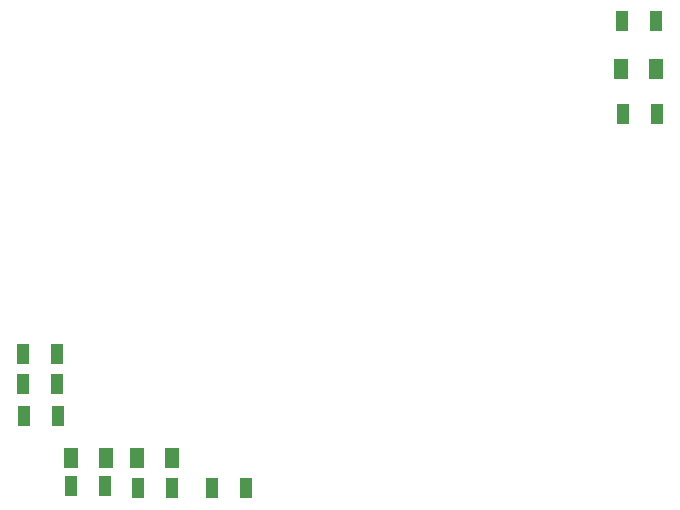
<source format=gbp>
G04*
G04 #@! TF.GenerationSoftware,Altium Limited,Altium Designer,21.9.2 (33)*
G04*
G04 Layer_Color=128*
%FSLAX25Y25*%
%MOIN*%
G70*
G04*
G04 #@! TF.SameCoordinates,A0D018B4-DB31-4F92-A021-C5504D576F11*
G04*
G04*
G04 #@! TF.FilePolarity,Positive*
G04*
G01*
G75*
%ADD24R,0.04252X0.06575*%
%ADD35R,0.04567X0.07165*%
D24*
X97000Y49000D02*
D03*
X85622D02*
D03*
X96496Y59500D02*
D03*
X85118D02*
D03*
X85311Y69500D02*
D03*
X96689D02*
D03*
X296689Y149500D02*
D03*
X285311D02*
D03*
X284811Y180500D02*
D03*
X296189D02*
D03*
X112689Y25500D02*
D03*
X101311D02*
D03*
X148311Y25000D02*
D03*
X159689D02*
D03*
X134878D02*
D03*
X123500D02*
D03*
D35*
X296307Y164500D02*
D03*
X284693D02*
D03*
X112807Y35000D02*
D03*
X101193D02*
D03*
X134807D02*
D03*
X123193D02*
D03*
M02*

</source>
